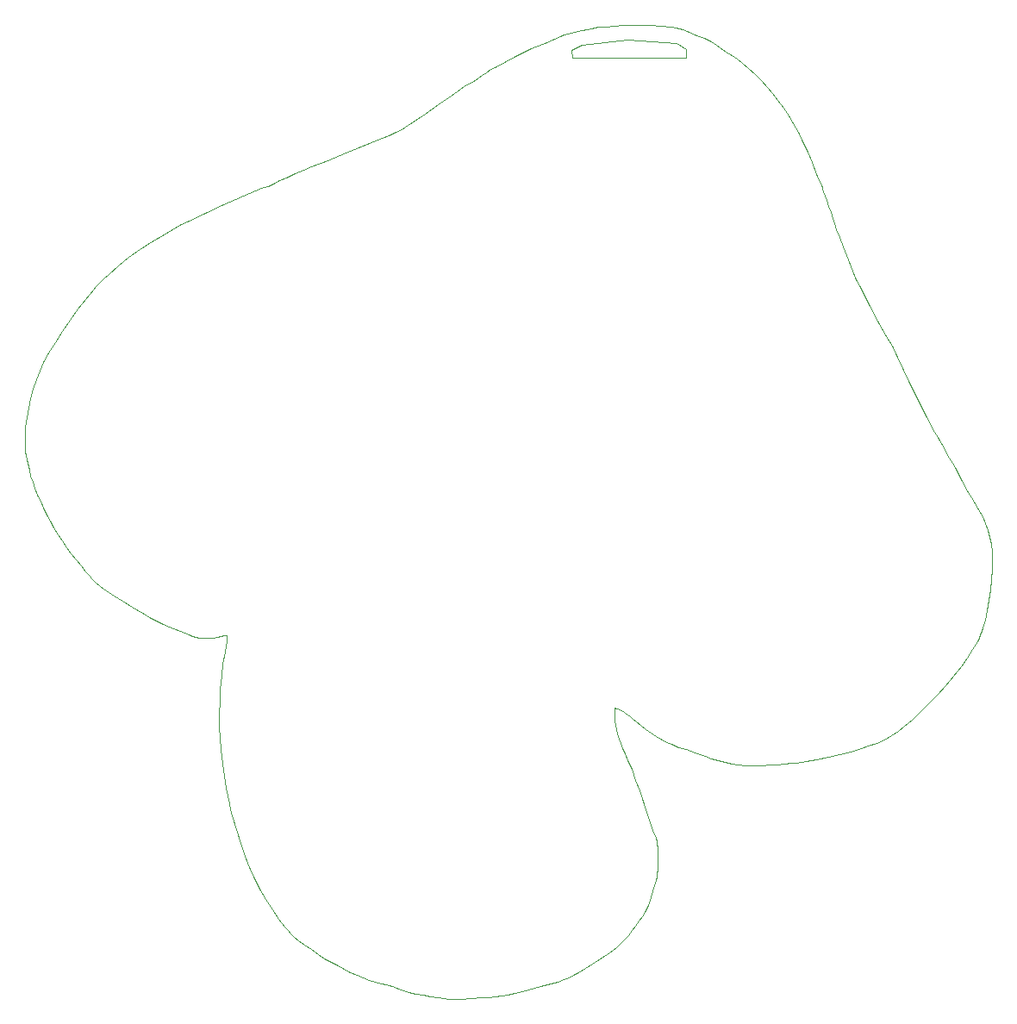
<source format=gbr>
G04 #@! TF.FileFunction,Profile,NP*
%FSLAX46Y46*%
G04 Gerber Fmt 4.6, Leading zero omitted, Abs format (unit mm)*
G04 Created by KiCad (PCBNEW 4.0.5+dfsg1-4) date Sun Sep 22 01:55:02 2019*
%MOMM*%
%LPD*%
G01*
G04 APERTURE LIST*
%ADD10C,0.100000*%
G04 APERTURE END LIST*
D10*
X135672421Y-141921116D02*
X135025389Y-141832416D01*
X135025389Y-141832416D02*
X134316972Y-141718351D01*
X134316972Y-141718351D02*
X133585642Y-141585231D01*
X133585642Y-141585231D02*
X132869876Y-141439363D01*
X132869876Y-141439363D02*
X132208147Y-141287056D01*
X132208147Y-141287056D02*
X131638930Y-141134619D01*
X131638930Y-141134619D02*
X131200700Y-140988360D01*
X131200700Y-140988360D02*
X131042728Y-140919520D01*
X131042728Y-140919520D02*
X130931931Y-140854590D01*
X130931931Y-140854590D02*
X130797893Y-140794510D01*
X130797893Y-140794510D02*
X130553602Y-140712160D01*
X130553602Y-140712160D02*
X130267718Y-140631320D01*
X130267718Y-140631320D02*
X130008901Y-140575760D01*
X130008901Y-140575760D02*
X129460359Y-140467654D01*
X129460359Y-140467654D02*
X128893379Y-140315190D01*
X128893379Y-140315190D02*
X128306935Y-140121361D01*
X128306935Y-140121361D02*
X127699998Y-139889158D01*
X127699998Y-139889158D02*
X127071541Y-139621573D01*
X127071541Y-139621573D02*
X126420536Y-139321599D01*
X126420536Y-139321599D02*
X125046771Y-138636449D01*
X125046771Y-138636449D02*
X124535018Y-138351508D01*
X124535018Y-138351508D02*
X123927302Y-137981001D01*
X123927302Y-137981001D02*
X123265558Y-137553840D01*
X123265558Y-137553840D02*
X122591723Y-137098940D01*
X122591723Y-137098940D02*
X121947732Y-136645214D01*
X121947732Y-136645214D02*
X121375519Y-136221576D01*
X121375519Y-136221576D02*
X120917020Y-135856941D01*
X120917020Y-135856941D02*
X120614171Y-135580221D01*
X120614171Y-135580221D02*
X120315025Y-135250531D01*
X120315025Y-135250531D02*
X120010689Y-134889147D01*
X120010689Y-134889147D02*
X119392691Y-134081774D01*
X119392691Y-134081774D02*
X118772661Y-133179057D01*
X118772661Y-133179057D02*
X118163086Y-132201953D01*
X118163086Y-132201953D02*
X117576452Y-131171416D01*
X117576452Y-131171416D02*
X117025244Y-130108403D01*
X117025244Y-130108403D02*
X116521948Y-129033869D01*
X116521948Y-129033869D02*
X116079051Y-127968769D01*
X116079051Y-127968769D02*
X115813685Y-127192023D01*
X115813685Y-127192023D02*
X115637071Y-126644247D01*
X115637071Y-126644247D02*
X114851051Y-123923258D01*
X114851051Y-123923258D02*
X114704019Y-123377545D01*
X114704019Y-123377545D02*
X114557889Y-122744575D01*
X114557889Y-122744575D02*
X114413736Y-122030713D01*
X114413736Y-122030713D02*
X114272636Y-121242323D01*
X114272636Y-121242323D02*
X114003898Y-119467422D01*
X114003898Y-119467422D02*
X113760281Y-117470788D01*
X113760281Y-117470788D02*
X113659795Y-116333215D01*
X113659795Y-116333215D02*
X113601545Y-115157308D01*
X113601545Y-115157308D02*
X113585175Y-113952798D01*
X113585175Y-113952798D02*
X113610315Y-112729414D01*
X113610315Y-112729414D02*
X113676605Y-111496888D01*
X113676605Y-111496888D02*
X113783681Y-110264951D01*
X113783681Y-110264951D02*
X113931183Y-109043333D01*
X113931183Y-109043333D02*
X114118748Y-107841764D01*
X114118748Y-107841764D02*
X114297726Y-106737864D01*
X114297726Y-106737864D02*
X114343046Y-106392933D01*
X114343046Y-106392933D02*
X114348846Y-106255418D01*
X114348846Y-106255418D02*
X114258856Y-106255552D01*
X114258856Y-106255552D02*
X114043279Y-106285392D01*
X114043279Y-106285392D02*
X113364595Y-106413471D01*
X113364595Y-106413471D02*
X112974684Y-106483811D01*
X112974684Y-106483811D02*
X112605346Y-106526181D01*
X112605346Y-106526181D02*
X112252206Y-106540211D01*
X112252206Y-106540211D02*
X111910889Y-106525511D01*
X111910889Y-106525511D02*
X111577021Y-106481711D01*
X111577021Y-106481711D02*
X111246233Y-106408421D01*
X111246233Y-106408421D02*
X110914139Y-106305276D01*
X110914139Y-106305276D02*
X110576371Y-106171894D01*
X110576371Y-106171894D02*
X109765694Y-105841926D01*
X109765694Y-105841926D02*
X108675011Y-105421578D01*
X108675011Y-105421578D02*
X108077598Y-105172283D01*
X108077598Y-105172283D02*
X107404644Y-104851816D01*
X107404644Y-104851816D02*
X106738608Y-104501489D01*
X106738608Y-104501489D02*
X106161951Y-104162614D01*
X106161951Y-104162614D02*
X105038834Y-103465196D01*
X105038834Y-103465196D02*
X104055981Y-102875691D01*
X104055981Y-102875691D02*
X103661216Y-102634428D01*
X103661216Y-102634428D02*
X103207651Y-102337949D01*
X103207651Y-102337949D02*
X102252030Y-101671891D01*
X102252030Y-101671891D02*
X101444945Y-101062609D01*
X101444945Y-101062609D02*
X101177049Y-100837102D01*
X101177049Y-100837102D02*
X101042221Y-100695199D01*
X101042221Y-100695199D02*
X100838844Y-100431968D01*
X100838844Y-100431968D02*
X100480651Y-100008812D01*
X100480651Y-100008812D02*
X99980424Y-99419472D01*
X99980424Y-99419472D02*
X99495778Y-98816786D01*
X99495778Y-98816786D02*
X99027691Y-98202512D01*
X99027691Y-98202512D02*
X98577142Y-97578411D01*
X98577142Y-97578411D02*
X98145108Y-96946240D01*
X98145108Y-96946240D02*
X97732568Y-96307759D01*
X97732568Y-96307759D02*
X97340499Y-95664727D01*
X97340499Y-95664727D02*
X96969880Y-95018902D01*
X96969880Y-95018902D02*
X96621689Y-94372045D01*
X96621689Y-94372045D02*
X96296903Y-93725913D01*
X96296903Y-93725913D02*
X95996501Y-93082265D01*
X95996501Y-93082265D02*
X95721461Y-92442861D01*
X95721461Y-92442861D02*
X95472761Y-91809460D01*
X95472761Y-91809460D02*
X95251379Y-91183821D01*
X95251379Y-91183821D02*
X95058293Y-90567702D01*
X95058293Y-90567702D02*
X94894481Y-89962863D01*
X94894481Y-89962863D02*
X94664032Y-88980819D01*
X94664032Y-88980819D02*
X94588655Y-88589558D01*
X94588655Y-88589558D02*
X94535796Y-88231601D01*
X94535796Y-88231601D02*
X94502420Y-87882044D01*
X94502420Y-87882044D02*
X94485492Y-87515985D01*
X94485492Y-87515985D02*
X94488842Y-86634746D01*
X94488842Y-86634746D02*
X94505910Y-86206974D01*
X94505910Y-86206974D02*
X94538714Y-85765193D01*
X94538714Y-85765193D02*
X94649137Y-84849041D01*
X94649137Y-84849041D02*
X94815327Y-83905170D01*
X94815327Y-83905170D02*
X95032496Y-82952456D01*
X95032496Y-82952456D02*
X95295859Y-82009779D01*
X95295859Y-82009779D02*
X95600631Y-81096017D01*
X95600631Y-81096017D02*
X95942024Y-80230049D01*
X95942024Y-80230049D02*
X96315252Y-79430753D01*
X96315252Y-79430753D02*
X96833894Y-78479280D01*
X96833894Y-78479280D02*
X97459502Y-77437775D01*
X97459502Y-77437775D02*
X98162589Y-76348061D01*
X98162589Y-76348061D02*
X98913665Y-75251963D01*
X98913665Y-75251963D02*
X99683243Y-74191303D01*
X99683243Y-74191303D02*
X100441834Y-73207905D01*
X100441834Y-73207905D02*
X101159950Y-72343594D01*
X101159950Y-72343594D02*
X101494615Y-71969165D01*
X101494615Y-71969165D02*
X101808102Y-71640192D01*
X101808102Y-71640192D02*
X102240961Y-71215205D01*
X102240961Y-71215205D02*
X102696539Y-70790775D01*
X102696539Y-70790775D02*
X103668570Y-69948664D01*
X103668570Y-69948664D02*
X104709627Y-69124019D01*
X104709627Y-69124019D02*
X105805147Y-68327000D01*
X105805147Y-68327000D02*
X106940563Y-67567770D01*
X106940563Y-67567770D02*
X108101310Y-66856487D01*
X108101310Y-66856487D02*
X109272822Y-66203313D01*
X109272822Y-66203313D02*
X109858062Y-65901692D01*
X109858062Y-65901692D02*
X110440532Y-65618409D01*
X110440532Y-65618409D02*
X114018287Y-63948449D01*
X114018287Y-63948449D02*
X115151995Y-63435895D01*
X115151995Y-63435895D02*
X115905842Y-63112190D01*
X115905842Y-63112190D02*
X117715072Y-62319111D01*
X117715072Y-62319111D02*
X117940699Y-62261661D01*
X117940699Y-62261661D02*
X118348877Y-62105243D01*
X118348877Y-62105243D02*
X118881660Y-61873744D01*
X118881660Y-61873744D02*
X119481102Y-61591054D01*
X119481102Y-61591054D02*
X120187159Y-61258905D01*
X120187159Y-61258905D02*
X121010244Y-60892740D01*
X121010244Y-60892740D02*
X121848071Y-60537016D01*
X121848071Y-60537016D02*
X122598352Y-60236189D01*
X122598352Y-60236189D02*
X124268352Y-59579254D01*
X124268352Y-59579254D02*
X125994392Y-58880015D01*
X125994392Y-58880015D02*
X129526272Y-57426082D01*
X129526272Y-57426082D02*
X130254829Y-57114893D01*
X130254829Y-57114893D02*
X130933081Y-56803220D01*
X130933081Y-56803220D02*
X131485256Y-56527252D01*
X131485256Y-56527252D02*
X131835582Y-56323178D01*
X131835582Y-56323178D02*
X133780972Y-55022769D01*
X133780972Y-55022769D02*
X135102206Y-54125923D01*
X135102206Y-54125923D02*
X136309972Y-53264503D01*
X136309972Y-53264503D02*
X137240639Y-52604256D01*
X137240639Y-52604256D02*
X137628618Y-52349178D01*
X137628618Y-52349178D02*
X137895652Y-52191091D01*
X137895652Y-52191091D02*
X138421495Y-51871149D01*
X138421495Y-51871149D02*
X139041582Y-51435034D01*
X139041582Y-51435034D02*
X139382873Y-51194808D01*
X139382873Y-51194808D02*
X139804131Y-50924276D01*
X139804131Y-50924276D02*
X140251839Y-50656584D01*
X140251839Y-50656584D02*
X140672482Y-50424877D01*
X140672482Y-50424877D02*
X142702902Y-49343954D01*
X142702902Y-49343954D02*
X143194531Y-49088761D01*
X143194531Y-49088761D02*
X143729778Y-48829785D01*
X143729778Y-48829785D02*
X144244013Y-48597293D01*
X144244013Y-48597293D02*
X144672602Y-48421551D01*
X144672602Y-48421551D02*
X145565609Y-48062389D01*
X145565609Y-48062389D02*
X146472702Y-47666197D01*
X146472702Y-47666197D02*
X147110982Y-47396595D01*
X147110982Y-47396595D02*
X147442464Y-47280875D01*
X147442464Y-47280875D02*
X147813871Y-47168966D01*
X147813871Y-47168966D02*
X148771548Y-46929859D01*
X148771548Y-46929859D02*
X150174192Y-46625817D01*
X150174192Y-46625817D02*
X150787157Y-46521450D01*
X150787157Y-46521450D02*
X151519688Y-46437363D01*
X151519688Y-46437363D02*
X152345180Y-46374419D01*
X152345180Y-46374419D02*
X153237027Y-46333477D01*
X153237027Y-46333477D02*
X154168622Y-46315401D01*
X154168622Y-46315401D02*
X155113358Y-46321052D01*
X155113358Y-46321052D02*
X156044630Y-46351288D01*
X156044630Y-46351288D02*
X156935832Y-46406972D01*
X156935832Y-46406972D02*
X158030677Y-46505703D01*
X158030677Y-46505703D02*
X158430722Y-46561768D01*
X158430722Y-46561768D02*
X158784188Y-46635137D01*
X158784188Y-46635137D02*
X159129828Y-46735436D01*
X159129828Y-46735436D02*
X159506397Y-46872292D01*
X159506397Y-46872292D02*
X160507332Y-47294180D01*
X160507332Y-47294180D02*
X161212581Y-47617127D01*
X161212581Y-47617127D02*
X161875998Y-47950792D01*
X161875998Y-47950792D02*
X162423040Y-48255839D01*
X162423040Y-48255839D02*
X162779162Y-48492935D01*
X162779162Y-48492935D02*
X163362461Y-48922885D01*
X163362461Y-48922885D02*
X163962102Y-49309754D01*
X163962102Y-49309754D02*
X164450714Y-49629753D01*
X164450714Y-49629753D02*
X164996024Y-50048763D01*
X164996024Y-50048763D02*
X165580192Y-50549475D01*
X165580192Y-50549475D02*
X166185377Y-51114581D01*
X166185377Y-51114581D02*
X166793738Y-51726774D01*
X166793738Y-51726774D02*
X167387434Y-52368745D01*
X167387434Y-52368745D02*
X167948626Y-53023188D01*
X167948626Y-53023188D02*
X168459472Y-53672791D01*
X168459472Y-53672791D02*
X168994275Y-54417591D01*
X168994275Y-54417591D02*
X169499247Y-55184442D01*
X169499247Y-55184442D02*
X169980831Y-55985647D01*
X169980831Y-55985647D02*
X170445468Y-56833507D01*
X170445468Y-56833507D02*
X170899600Y-57740326D01*
X170899600Y-57740326D02*
X171349669Y-58718406D01*
X171349669Y-58718406D02*
X171802115Y-59780048D01*
X171802115Y-59780048D02*
X172263382Y-60937557D01*
X172263382Y-60937557D02*
X172791802Y-62222823D01*
X172791802Y-62222823D02*
X172828622Y-62365942D01*
X172828622Y-62365942D02*
X172928868Y-62659131D01*
X172928868Y-62659131D02*
X173258404Y-63524840D01*
X173258404Y-63524840D02*
X173463200Y-64065459D01*
X173463200Y-64065459D02*
X173675901Y-64671436D01*
X173675901Y-64671436D02*
X173871371Y-65268671D01*
X173871371Y-65268671D02*
X174024474Y-65783067D01*
X174024474Y-65783067D02*
X174208932Y-66367614D01*
X174208932Y-66367614D02*
X174489788Y-67155853D01*
X174489788Y-67155853D02*
X174828864Y-68044517D01*
X174828864Y-68044517D02*
X175187984Y-68930334D01*
X175187984Y-68930334D02*
X175798198Y-70412535D01*
X175798198Y-70412535D02*
X176052004Y-71082605D01*
X176052004Y-71082605D02*
X176155974Y-71326088D01*
X176155974Y-71326088D02*
X176435830Y-71887277D01*
X176435830Y-71887277D02*
X177330868Y-73600482D01*
X177330868Y-73600482D02*
X178352459Y-75497635D01*
X178352459Y-75497635D02*
X179115944Y-76854153D01*
X179115944Y-76854153D02*
X179668284Y-77833061D01*
X179668284Y-77833061D02*
X180138844Y-78755936D01*
X180138844Y-78755936D02*
X181412864Y-81404844D01*
X181412864Y-81404844D02*
X182985844Y-84665039D01*
X182985844Y-84665039D02*
X183286066Y-85277387D01*
X183286066Y-85277387D02*
X183577706Y-85840069D01*
X183577706Y-85840069D02*
X183827426Y-86290681D01*
X183827426Y-86290681D02*
X184001884Y-86566822D01*
X184001884Y-86566822D02*
X184153504Y-86792901D01*
X184153504Y-86792901D02*
X184341034Y-87107208D01*
X184341034Y-87107208D02*
X184728467Y-87834163D01*
X184728467Y-87834163D02*
X185103771Y-88550099D01*
X185103771Y-88550099D02*
X185413757Y-89063991D01*
X185413757Y-89063991D02*
X185577393Y-89324994D01*
X185577393Y-89324994D02*
X185828167Y-89762119D01*
X185828167Y-89762119D02*
X186454527Y-90921006D01*
X186454527Y-90921006D02*
X187145858Y-92190670D01*
X187145858Y-92190670D02*
X187466961Y-92747707D01*
X187466961Y-92747707D02*
X187716477Y-93155138D01*
X187716477Y-93155138D02*
X188160300Y-93878038D01*
X188160300Y-93878038D02*
X188535434Y-94575716D01*
X188535434Y-94575716D02*
X188844938Y-95257710D01*
X188844938Y-95257710D02*
X189091870Y-95933558D01*
X189091870Y-95933558D02*
X189279285Y-96612799D01*
X189279285Y-96612799D02*
X189410243Y-97304971D01*
X189410243Y-97304971D02*
X189487803Y-98019611D01*
X189487803Y-98019611D02*
X189515023Y-98766259D01*
X189515023Y-98766259D02*
X189493933Y-99715172D01*
X189493933Y-99715172D02*
X189426633Y-100723241D01*
X189426633Y-100723241D02*
X189318334Y-101757609D01*
X189318334Y-101757609D02*
X189174238Y-102785419D01*
X189174238Y-102785419D02*
X188999551Y-103773813D01*
X188999551Y-103773813D02*
X188799478Y-104689933D01*
X188799478Y-104689933D02*
X188579226Y-105500922D01*
X188579226Y-105500922D02*
X188463159Y-105856724D01*
X188463159Y-105856724D02*
X188343999Y-106173921D01*
X188343999Y-106173921D02*
X188200028Y-106502067D01*
X188200028Y-106502067D02*
X188026643Y-106851137D01*
X188026643Y-106851137D02*
X187596293Y-107605852D01*
X187596293Y-107605852D02*
X187062266Y-108425670D01*
X187062266Y-108425670D02*
X186433879Y-109298192D01*
X186433879Y-109298192D02*
X185720449Y-110211023D01*
X185720449Y-110211023D02*
X184931293Y-111151764D01*
X184931293Y-111151764D02*
X184075730Y-112108020D01*
X184075730Y-112108020D02*
X183163076Y-113067393D01*
X183163076Y-113067393D02*
X182346514Y-113880224D01*
X182346514Y-113880224D02*
X181604227Y-114572113D01*
X181604227Y-114572113D02*
X180911982Y-115160019D01*
X180911982Y-115160019D02*
X180245546Y-115660900D01*
X180245546Y-115660900D02*
X179580687Y-116091716D01*
X179580687Y-116091716D02*
X178893172Y-116469426D01*
X178893172Y-116469426D02*
X178158769Y-116810988D01*
X178158769Y-116810988D02*
X177353246Y-117133362D01*
X177353246Y-117133362D02*
X176602872Y-117382243D01*
X176602872Y-117382243D02*
X175640622Y-117653449D01*
X175640622Y-117653449D02*
X174542385Y-117930344D01*
X174542385Y-117930344D02*
X173384047Y-118196296D01*
X173384047Y-118196296D02*
X172241498Y-118434671D01*
X172241498Y-118434671D02*
X171190624Y-118628834D01*
X171190624Y-118628834D02*
X170307314Y-118762153D01*
X170307314Y-118762153D02*
X169952211Y-118800793D01*
X169952211Y-118800793D02*
X169667456Y-118817993D01*
X169667456Y-118817993D02*
X169192006Y-118829133D01*
X169192006Y-118829133D02*
X168141412Y-118936329D01*
X168141412Y-118936329D02*
X168060232Y-118948559D01*
X168060232Y-118948559D02*
X168093212Y-118949260D01*
X168093212Y-118949260D02*
X168109872Y-118949055D01*
X168109872Y-118949055D02*
X168103872Y-118950455D01*
X168103872Y-118950455D02*
X167955833Y-118964245D01*
X167955833Y-118964245D02*
X166637799Y-119077707D01*
X166637799Y-119077707D02*
X165959631Y-119079907D01*
X165959631Y-119079907D02*
X165275066Y-119046167D01*
X165275066Y-119046167D02*
X164588385Y-118977187D01*
X164588385Y-118977187D02*
X163903874Y-118873733D01*
X163903874Y-118873733D02*
X163225814Y-118736559D01*
X163225814Y-118736559D02*
X162558490Y-118566420D01*
X162558490Y-118566420D02*
X161906184Y-118364073D01*
X161906184Y-118364073D02*
X161273179Y-118130275D01*
X161273179Y-118130275D02*
X160294503Y-117763143D01*
X160294503Y-117763143D02*
X159411399Y-117469600D01*
X159411399Y-117469600D02*
X158652305Y-117219187D01*
X158652305Y-117219187D02*
X157971789Y-116955745D01*
X157971789Y-116955745D02*
X157536274Y-116746088D01*
X157536274Y-116746088D02*
X157041934Y-116475342D01*
X157041934Y-116475342D02*
X156512730Y-116159326D01*
X156512730Y-116159326D02*
X155972623Y-115813860D01*
X155972623Y-115813860D02*
X155445575Y-115454766D01*
X155445575Y-115454766D02*
X154955547Y-115097861D01*
X154955547Y-115097861D02*
X154526502Y-114758967D01*
X154526502Y-114758967D02*
X154182399Y-114453903D01*
X154182399Y-114453903D02*
X153955120Y-114247314D01*
X153955120Y-114247314D02*
X153717411Y-114053804D01*
X153717411Y-114053804D02*
X153476011Y-113877483D01*
X153476011Y-113877483D02*
X153237659Y-113722457D01*
X153237659Y-113722457D02*
X153009095Y-113592837D01*
X153009095Y-113592837D02*
X152797057Y-113492729D01*
X152797057Y-113492729D02*
X152608285Y-113426239D01*
X152608285Y-113426239D02*
X152449519Y-113397479D01*
X152449519Y-113397479D02*
X152426089Y-113625489D01*
X152426089Y-113625489D02*
X152417489Y-114176524D01*
X152417489Y-114176524D02*
X152433619Y-114608153D01*
X152433619Y-114608153D02*
X152480069Y-115044325D01*
X152480069Y-115044325D02*
X152557319Y-115486778D01*
X152557319Y-115486778D02*
X152665840Y-115937253D01*
X152665840Y-115937253D02*
X152806114Y-116397489D01*
X152806114Y-116397489D02*
X152978617Y-116869225D01*
X152978617Y-116869225D02*
X153183826Y-117354201D01*
X153183826Y-117354201D02*
X153422218Y-117854155D01*
X153422218Y-117854155D02*
X153720709Y-118512229D01*
X153720709Y-118512229D02*
X154087877Y-119416851D01*
X154087877Y-119416851D02*
X154477138Y-120448765D01*
X154477138Y-120448765D02*
X154841908Y-121488710D01*
X154841908Y-121488710D02*
X155569196Y-123627022D01*
X155569196Y-123627022D02*
X156170558Y-125349489D01*
X156170558Y-125349489D02*
X156448477Y-126163185D01*
X156448477Y-126163185D02*
X156538607Y-126482071D01*
X156538607Y-126482071D02*
X156602177Y-126775825D01*
X156602177Y-126775825D02*
X156643687Y-127069579D01*
X156643687Y-127069579D02*
X156667627Y-127388464D01*
X156667627Y-127388464D02*
X156680767Y-128202160D01*
X156680767Y-128202160D02*
X156663947Y-128984474D01*
X156663947Y-128984474D02*
X156639647Y-129315129D01*
X156639647Y-129315129D02*
X156601347Y-129628497D01*
X156601347Y-129628497D02*
X156546487Y-129941866D01*
X156546487Y-129941866D02*
X156472507Y-130272520D01*
X156472507Y-130272520D02*
X156256947Y-131054834D01*
X156256947Y-131054834D02*
X155874629Y-132249401D01*
X155874629Y-132249401D02*
X155692925Y-132758497D01*
X155692925Y-132758497D02*
X155548517Y-133118513D01*
X155548517Y-133118513D02*
X155376165Y-133450975D01*
X155376165Y-133450975D02*
X155130331Y-133854613D01*
X155130331Y-133854613D02*
X154829017Y-134305055D01*
X154829017Y-134305055D02*
X154490222Y-134777927D01*
X154490222Y-134777927D02*
X154131948Y-135248859D01*
X154131948Y-135248859D02*
X153772195Y-135693477D01*
X153772195Y-135693477D02*
X153428965Y-136087409D01*
X153428965Y-136087409D02*
X153120257Y-136406284D01*
X153120257Y-136406284D02*
X152567507Y-136935363D01*
X152567507Y-136935363D02*
X152284692Y-137187555D01*
X152284692Y-137187555D02*
X151907407Y-137385403D01*
X151907407Y-137385403D02*
X150225707Y-138482255D01*
X150225707Y-138482255D02*
X148897874Y-139333482D01*
X148897874Y-139333482D02*
X148401704Y-139619264D01*
X148401704Y-139619264D02*
X147934773Y-139848527D01*
X147934773Y-139848527D02*
X147435139Y-140048802D01*
X147435139Y-140048802D02*
X146840859Y-140247614D01*
X146840859Y-140247614D02*
X145120587Y-140750964D01*
X145120587Y-140750964D02*
X143322725Y-141243252D01*
X143322725Y-141243252D02*
X142594868Y-141419092D01*
X142594868Y-141419092D02*
X141935743Y-141556651D01*
X141935743Y-141556651D02*
X141311361Y-141662372D01*
X141311361Y-141662372D02*
X140687731Y-141742692D01*
X140687731Y-141742692D02*
X140030866Y-141804062D01*
X140030866Y-141804062D02*
X139306777Y-141852922D01*
X139306777Y-141852922D02*
X137269147Y-141982671D01*
X137269147Y-141982671D02*
X136933020Y-141993481D01*
X136933020Y-141993481D02*
X136519912Y-141985381D01*
X136519912Y-141985381D02*
X136082219Y-141960521D01*
X136082219Y-141960521D02*
X135672337Y-141920931D01*
X135672337Y-141920931D02*
X135672377Y-141920992D01*
X135672377Y-141920992D02*
X135672421Y-141921116D01*
X149184032Y-48226688D02*
X153719747Y-47754217D01*
X153719747Y-47754217D02*
X158538944Y-48084946D01*
X158538944Y-48084946D02*
X159460260Y-48722781D01*
X159460260Y-48722781D02*
X159483890Y-49549604D01*
X159483890Y-49549604D02*
X148262715Y-49549604D01*
X148262715Y-49549604D02*
X148215465Y-48793652D01*
X148215465Y-48793652D02*
X149184028Y-48226688D01*
X149184028Y-48226688D02*
X149184032Y-48226688D01*
M02*

</source>
